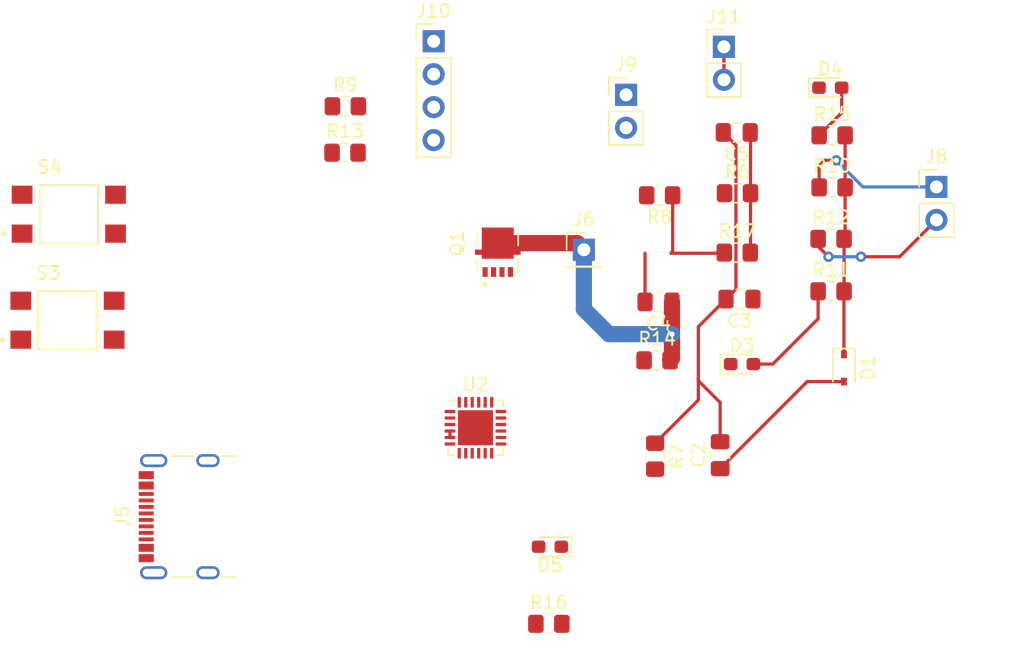
<source format=kicad_pcb>
(kicad_pcb (version 20211014) (generator pcbnew)
  (layers (0 "F.Cu" signal) (31 "B.Cu" signal) (34 "B.Paste" user) (35 "F.Paste" user) (36 "B.SilkS" user "B.Silkscreen") (37 "F.SilkS" user "F.Silkscreen") (38 "B.Mask" user) (39 "F.Mask" user) (44 "Edge.Cuts" user))
  (net 0 "")
  (footprint "Connector_PinHeader_2.54mm:PinHeader_1x02_P2.54mm_Vertical" (layer "F.Cu") (at 153.6985 69.96)
    (fp_text reference "J11" (at 0 -2.33) (layer "F.SilkS"))
    (fp_text value "Conn_01x02_Male")
    (fp_line (start -1.33 1.27) (end 1.33 1.27) (layer "F.SilkS") (width 0.12))
    (fp_line (start -1.33 0) (end -1.33 -1.33) (layer "F.SilkS") (width 0.12))
    (fp_line (start -1.33 -1.33) (end 0 -1.33) (layer "F.SilkS") (width 0.12))
    (fp_line (start 1.33 1.27) (end 1.33 3.87) (layer "F.SilkS") (width 0.12))
    (fp_line (start -1.33 3.87) (end 1.33 3.87) (layer "F.SilkS") (width 0.12))
    (fp_line (start -1.33 1.27) (end -1.33 3.87) (layer "F.SilkS") (width 0.12))
    (pad "1" thru_hole rect (at 0 0) (size 1.7 1.7) (drill 1) (layers F&B.Cu *.Mask))
    (pad "2" thru_hole oval (at 0 2.54) (size 1.7 1.7) (drill 1) (layers F&B.Cu *.Mask))
  )
  (footprint "Resistor_SMD:R_0805_2012Metric_Pad1.20x1.40mm_HandSolder" (layer "F.Cu") (at 140.208 114.427)
    (fp_text reference "R16" (at 0 -1.65) (layer "F.SilkS"))
    (fp_text value "1k")
    (fp_line (start -0.227064 -0.735) (end 0.227064 -0.735) (layer "F.SilkS") (width 0.12))
    (fp_line (start -0.227064 0.735) (end 0.227064 0.735) (layer "F.SilkS") (width 0.12))
    (pad "1" smd roundrect (at -1 0) (size 1.2 1.4) (layers "F.Cu" "F.Paste" "F.Mask") (roundrect_rratio 0.208333))
    (pad "2" smd roundrect (at 1 0) (size 1.2 1.4) (layers "F.Cu" "F.Paste" "F.Mask") (roundrect_rratio 0.208333))
  )
  (footprint "TL3305AF160QG:SW_TL3305AF160QG" (layer "F.Cu") (at 103.211 82.86)
    (fp_text reference "S4" (at -1.475 -3.635) (layer "F.SilkS"))
    (fp_text value "TL3305AF160QG")
    (fp_line (start 2.25 2.25) (end -2.25 2.25) (layer "F.SilkS") (width 0.127))
    (fp_line (start -2.25 -2.25) (end 2.25 -2.25) (layer "F.SilkS") (width 0.127))
    (fp_line (start -2.25 2.25) (end -2.25 -2.25) (layer "F.SilkS") (width 0.127))
    (fp_line (start 2.25 -2.25) (end 2.25 2.25) (layer "F.SilkS") (width 0.127))
    (fp_circle (center -5 1.5) (end -4.9 1.5) (layer "F.SilkS") (width 0.2) (fill none))
    (pad "1" smd rect locked (at -3.6 1.5) (size 1.6 1.4) (layers "F.Cu" "F.Paste" "F.Mask"))
    (pad "2" smd rect locked (at 3.6 1.5) (size 1.6 1.4) (layers "F.Cu" "F.Paste" "F.Mask"))
    (pad "3" smd rect locked (at -3.6 -1.5) (size 1.6 1.4) (layers "F.Cu" "F.Paste" "F.Mask"))
    (pad "4" smd rect locked (at 3.6 -1.5) (size 1.6 1.4) (layers "F.Cu" "F.Paste" "F.Mask"))
  )
  (footprint "Resistor_SMD:R_0805_2012Metric_Pad1.20x1.40mm_HandSolder" (layer "F.Cu") (at 124.4985 78.12)
    (fp_text reference "R13" (at 0 -1.65) (layer "F.SilkS"))
    (fp_text value "2.2k")
    (fp_line (start -0.227064 0.735) (end 0.227064 0.735) (layer "F.SilkS") (width 0.12))
    (fp_line (start -0.227064 -0.735) (end 0.227064 -0.735) (layer "F.SilkS") (width 0.12))
    (pad "1" smd roundrect (at -1 0) (size 1.2 1.4) (layers "F.Cu" "F.Paste" "F.Mask") (roundrect_rratio 0.208333))
    (pad "2" smd roundrect (at 1 0) (size 1.2 1.4) (layers "F.Cu" "F.Paste" "F.Mask") (roundrect_rratio 0.208333))
  )
  (footprint "Resistor_SMD:R_0805_2012Metric_Pad1.20x1.40mm_HandSolder" (layer "F.Cu") (at 161.9585 84.76)
    (fp_text reference "R12" (at 0 -1.65) (layer "F.SilkS"))
    (fp_text value "100k")
    (fp_line (start -0.227064 0.735) (end 0.227064 0.735) (layer "F.SilkS") (width 0.12))
    (fp_line (start -0.227064 -0.735) (end 0.227064 -0.735) (layer "F.SilkS") (width 0.12))
    (pad "1" smd roundrect (at -1 0) (size 1.2 1.4) (layers "F.Cu" "F.Paste" "F.Mask") (roundrect_rratio 0.208333))
    (pad "2" smd roundrect (at 1 0) (size 1.2 1.4) (layers "F.Cu" "F.Paste" "F.Mask") (roundrect_rratio 0.208333))
  )
  (footprint "LED_SMD:LED_0603_1608Metric_Pad1.05x0.95mm_HandSolder" (layer "F.Cu") (at 161.901 73.11)
    (fp_text reference "D4" (at 0 -1.43) (layer "F.SilkS"))
    (fp_text value "LED")
    (fp_line (start -1.66 0.735) (end 0.8 0.735) (layer "F.SilkS") (width 0.12))
    (fp_line (start -1.66 -0.735) (end -1.66 0.735) (layer "F.SilkS") (width 0.12))
    (fp_line (start 0.8 -0.735) (end -1.66 -0.735) (layer "F.SilkS") (width 0.12))
    (pad "1" smd roundrect (at -0.875 0) (size 1.05 0.95) (layers "F.Cu" "F.Paste" "F.Mask"))
    (pad "2" smd roundrect (at 0.875 0) (size 1.05 0.95) (layers "F.Cu" "F.Paste" "F.Mask"))
  )
  (footprint "Capacitor_SMD:C_0805_2012Metric_Pad1.18x1.45mm_HandSolder" (layer "F.Cu") (at 153.4085 101.4325 90)
    (fp_text reference "C2" (at 0 -1.68 90) (layer "F.SilkS"))
    (fp_text value "1uF")
    (fp_line (start -0.261252 -0.735) (end 0.261252 -0.735) (layer "F.SilkS") (width 0.12))
    (fp_line (start -0.261252 0.735) (end 0.261252 0.735) (layer "F.SilkS") (width 0.12))
    (pad "1" smd roundrect (at -1.0375 0 90) (size 1.175 1.45) (layers "F.Cu" "F.Paste" "F.Mask") (roundrect_rratio 0.212766))
    (pad "2" smd roundrect (at 1.0375 0 90) (size 1.175 1.45) (layers "F.Cu" "F.Paste" "F.Mask") (roundrect_rratio 0.212766))
  )
  (footprint "Resistor_SMD:R_0805_2012Metric_Pad1.20x1.40mm_HandSolder" (layer "F.Cu") (at 162.0385 80.79)
    (fp_text reference "R10" (at 0 -1.65) (layer "F.SilkS"))
    (fp_text value "100k")
    (fp_line (start -0.227064 -0.735) (end 0.227064 -0.735) (layer "F.SilkS") (width 0.12))
    (fp_line (start -0.227064 0.735) (end 0.227064 0.735) (layer "F.SilkS") (width 0.12))
    (pad "1" smd roundrect (at -1 0) (size 1.2 1.4) (layers "F.Cu" "F.Paste" "F.Mask") (roundrect_rratio 0.208333))
    (pad "2" smd roundrect (at 1 0) (size 1.2 1.4) (layers "F.Cu" "F.Paste" "F.Mask") (roundrect_rratio 0.208333))
  )
  (footprint "TL3305AF160QG:SW_TL3305AF160QG" (layer "F.Cu") (at 103.1085 91.03)
    (fp_text reference "S3" (at -1.475 -3.635) (layer "F.SilkS"))
    (fp_text value "TL3305AF160QG")
    (fp_line (start 2.25 -2.25) (end 2.25 2.25) (layer "F.SilkS") (width 0.127))
    (fp_line (start -2.25 -2.25) (end 2.25 -2.25) (layer "F.SilkS") (width 0.127))
    (fp_line (start 2.25 2.25) (end -2.25 2.25) (layer "F.SilkS") (width 0.127))
    (fp_line (start -2.25 2.25) (end -2.25 -2.25) (layer "F.SilkS") (width 0.127))
    (fp_circle (center -5 1.5) (end -4.9 1.5) (layer "F.SilkS") (width 0.2) (fill none))
    (pad "1" smd rect locked (at -3.6 1.5) (size 1.6 1.4) (layers "F.Cu" "F.Paste" "F.Mask"))
    (pad "2" smd rect locked (at 3.6 1.5) (size 1.6 1.4) (layers "F.Cu" "F.Paste" "F.Mask"))
    (pad "3" smd rect locked (at -3.6 -1.5) (size 1.6 1.4) (layers "F.Cu" "F.Paste" "F.Mask"))
    (pad "4" smd rect locked (at 3.6 -1.5) (size 1.6 1.4) (layers "F.Cu" "F.Paste" "F.Mask"))
  )
  (footprint "Connector_USB:USB_C_Receptacle_GCT_USB4105-xx-A_16P_TopMnt_Horizontal" (layer "F.Cu") (at 112.8585 106.17 90)
    (fp_text reference "J5" (at 0 -5.5 90 unlocked) (layer "F.SilkS"))
    (fp_text value "USB_C_Receptacle_USB2.0")
    (fp_line (start 4.67 0) (end 4.67 -1.8) (layer "F.SilkS") (width 0.12))
    (fp_line (start -4.67 2.1) (end -4.67 3.25) (layer "F.SilkS") (width 0.12))
    (fp_line (start 4.67 2.1) (end 4.67 3.25) (layer "F.SilkS") (width 0.12))
    (fp_line (start -4.67 0) (end -4.67 -1.8) (layer "F.SilkS") (width 0.12))
    (pad "" np_thru_hole circle (at 2.89 -2.605 90) (size 0.65 0.65) (drill 0.65) (layers F&B.Cu *.Mask))
    (pad "" np_thru_hole circle (at -2.89 -2.605 90) (size 0.65 0.65) (drill 0.65) (layers F&B.Cu *.Mask))
    (pad "A1" smd rect (at -3.2 -3.68 90) (size 0.6 1.15) (layers "F.Cu" "F.Paste" "F.Mask"))
    (pad "A4" smd rect (at -2.4 -3.68 90) (size 0.6 1.15) (layers "F.Cu" "F.Paste" "F.Mask"))
    (pad "A5" smd rect (at -1.25 -3.68 90) (size 0.3 1.15) (layers "F.Cu" "F.Paste" "F.Mask"))
    (pad "A6" smd rect (at -0.25 -3.68 90) (size 0.3 1.15) (layers "F.Cu" "F.Paste" "F.Mask"))
    (pad "A7" smd rect (at 0.25 -3.68 90) (size 0.3 1.15) (layers "F.Cu" "F.Paste" "F.Mask"))
    (pad "A8" smd rect (at 1.25 -3.68 90) (size 0.3 1.15) (layers "F.Cu" "F.Paste" "F.Mask"))
    (pad "A9" smd rect (at 2.4 -3.68 90) (size 0.6 1.15) (layers "F.Cu" "F.Paste" "F.Mask"))
    (pad "A12" smd rect (at 3.2 -3.68 90) (size 0.6 1.15) (layers "F.Cu" "F.Paste" "F.Mask"))
    (pad "B1" smd rect (at 3.2 -3.68 90) (size 0.6 1.15) (layers "F.Cu" "F.Paste" "F.Mask"))
    (pad "B4" smd rect (at 2.4 -3.68 90) (size 0.6 1.15) (layers "F.Cu" "F.Paste" "F.Mask"))
    (pad "B5" smd rect (at 1.75 -3.68 90) (size 0.3 1.15) (layers "F.Cu" "F.Paste" "F.Mask"))
    (pad "B6" smd rect (at 0.75 -3.68 90) (size 0.3 1.15) (layers "F.Cu" "F.Paste" "F.Mask"))
    (pad "B7" smd rect (at -0.75 -3.68 90) (size 0.3 1.15) (layers "F.Cu" "F.Paste" "F.Mask"))
    (pad "B8" smd rect (at -1.75 -3.68 90) (size 0.3 1.15) (layers "F.Cu" "F.Paste" "F.Mask"))
    (pad "B9" smd rect (at -2.4 -3.68 90) (size 0.6 1.15) (layers "F.Cu" "F.Paste" "F.Mask"))
    (pad "B12" smd rect (at -3.2 -3.68 90) (size 0.6 1.15) (layers "F.Cu" "F.Paste" "F.Mask"))
    (pad "S1" thru_hole oval (at -4.32 1.075 90) (size 1 1.8) (drill oval 0.6 1.4) (layers F&B.Cu *.Mask))
    (pad "S1" thru_hole oval (at -4.32 -3.105 90) (size 1 2.1) (drill oval 0.6 1.7) (layers F&B.Cu *.Mask))
    (pad "S1" thru_hole oval (at 4.32 1.075 90) (size 1 1.8) (drill oval 0.6 1.4) (layers F&B.Cu *.Mask))
    (pad "S1" thru_hole oval (at 4.32 -3.105 90) (size 1 2.1) (drill oval 0.6 1.7) (layers F&B.Cu *.Mask))
  )
  (footprint "Resistor_SMD:R_0805_2012Metric_Pad1.20x1.40mm_HandSolder" (layer "F.Cu") (at 148.3985 101.51 -90)
    (fp_text reference "R7" (at 0 -1.65 90) (layer "F.SilkS"))
    (fp_text value "100k")
    (fp_line (start -0.227064 -0.735) (end 0.227064 -0.735) (layer "F.SilkS") (width 0.12))
    (fp_line (start -0.227064 0.735) (end 0.227064 0.735) (layer "F.SilkS") (width 0.12))
    (pad "1" smd roundrect (at -1 0 270) (size 1.2 1.4) (layers "F.Cu" "F.Paste" "F.Mask") (roundrect_rratio 0.208333))
    (pad "2" smd roundrect (at 1 0 270) (size 1.2 1.4) (layers "F.Cu" "F.Paste" "F.Mask") (roundrect_rratio 0.208333))
  )
  (footprint "Resistor_SMD:R_0805_2012Metric_Pad1.20x1.40mm_HandSolder" (layer "F.Cu") (at 148.7485 81.4 180)
    (fp_text reference "R8" (at 0 -1.65) (layer "F.SilkS"))
    (fp_text value "22k")
    (fp_line (start -0.227064 0.735) (end 0.227064 0.735) (layer "F.SilkS") (width 0.12))
    (fp_line (start -0.227064 -0.735) (end 0.227064 -0.735) (layer "F.SilkS") (width 0.12))
    (pad "1" smd roundrect (at -1 0 180) (size 1.2 1.4) (layers "F.Cu" "F.Paste" "F.Mask") (roundrect_rratio 0.208333))
    (pad "2" smd roundrect (at 1 0 180) (size 1.2 1.4) (layers "F.Cu" "F.Paste" "F.Mask") (roundrect_rratio 0.208333))
  )
  (footprint "Resistor_SMD:R_0805_2012Metric_Pad1.20x1.40mm_HandSolder" (layer "F.Cu") (at 154.7285 85.82)
    (fp_text reference "R17" (at 0 -1.65) (layer "F.SilkS"))
    (fp_text value "100k")
    (fp_line (start -0.227064 0.735) (end 0.227064 0.735) (layer "F.SilkS") (width 0.12))
    (fp_line (start -0.227064 -0.735) (end 0.227064 -0.735) (layer "F.SilkS") (width 0.12))
    (pad "1" smd roundrect (at -1 0) (size 1.2 1.4) (layers "F.Cu" "F.Paste" "F.Mask") (roundrect_rratio 0.208333))
    (pad "2" smd roundrect (at 1 0) (size 1.2 1.4) (layers "F.Cu" "F.Paste" "F.Mask") (roundrect_rratio 0.208333))
  )
  (footprint "Connector_PinHeader_2.54mm:PinHeader_1x02_P2.54mm_Vertical" (layer "F.Cu") (at 170.0785 80.76)
    (fp_text reference "J8" (at 0 -2.33) (layer "F.SilkS"))
    (fp_text value "Conn_01x02_Male")
    (fp_line (start -1.33 -1.33) (end 0 -1.33) (layer "F.SilkS") (width 0.12))
    (fp_line (start -1.33 1.27) (end -1.33 3.87) (layer "F.SilkS") (width 0.12))
    (fp_line (start -1.33 3.87) (end 1.33 3.87) (layer "F.SilkS") (width 0.12))
    (fp_line (start 1.33 1.27) (end 1.33 3.87) (layer "F.SilkS") (width 0.12))
    (fp_line (start -1.33 1.27) (end 1.33 1.27) (layer "F.SilkS") (width 0.12))
    (fp_line (start -1.33 0) (end -1.33 -1.33) (layer "F.SilkS") (width 0.12))
    (pad "1" thru_hole rect (at 0 0) (size 1.7 1.7) (drill 1) (layers F&B.Cu *.Mask))
    (pad "2" thru_hole oval (at 0 2.54) (size 1.7 1.7) (drill 1) (layers F&B.Cu *.Mask))
  )
  (footprint "Connector_PinHeader_2.54mm:PinHeader_1x02_P2.54mm_Vertical" (layer "F.Cu") (at 146.1585 73.66)
    (fp_text reference "J9" (at 0 -2.33) (layer "F.SilkS"))
    (fp_text value "Conn_01x02_Male")
    (fp_line (start -1.33 1.27) (end 1.33 1.27) (layer "F.SilkS") (width 0.12))
    (fp_line (start -1.33 1.27) (end -1.33 3.87) (layer "F.SilkS") (width 0.12))
    (fp_line (start -1.33 0) (end -1.33 -1.33) (layer "F.SilkS") (width 0.12))
    (fp_line (start -1.33 -1.33) (end 0 -1.33) (layer "F.SilkS") (width 0.12))
    (fp_line (start 1.33 1.27) (end 1.33 3.87) (layer "F.SilkS") (width 0.12))
    (fp_line (start -1.33 3.87) (end 1.33 3.87) (layer "F.SilkS") (width 0.12))
    (pad "1" thru_hole rect (at 0 0) (size 1.7 1.7) (drill 1) (layers F&B.Cu *.Mask))
    (pad "2" thru_hole oval (at 0 2.54) (size 1.7 1.7) (drill 1) (layers F&B.Cu *.Mask))
  )
  (footprint "Resistor_SMD:R_0805_2012Metric_Pad1.20x1.40mm_HandSolder" (layer "F.Cu") (at 148.5485 94.12)
    (fp_text reference "R14" (at 0 -1.65) (layer "F.SilkS"))
    (fp_text value "1k")
    (fp_line (start -0.227064 0.735) (end 0.227064 0.735) (layer "F.SilkS") (width 0.12))
    (fp_line (start -0.227064 -0.735) (end 0.227064 -0.735) (layer "F.SilkS") (width 0.12))
    (pad "1" smd roundrect (at -1 0) (size 1.2 1.4) (layers "F.Cu" "F.Paste" "F.Mask") (roundrect_rratio 0.208333))
    (pad "2" smd roundrect (at 1 0) (size 1.2 1.4) (layers "F.Cu" "F.Paste" "F.Mask") (roundrect_rratio 0.208333))
  )
  (footprint "Resistor_SMD:R_0805_2012Metric_Pad1.20x1.40mm_HandSolder" (layer "F.Cu") (at 162.0385 76.78)
    (fp_text reference "R15" (at 0 -1.65) (layer "F.SilkS"))
    (fp_text value "1k")
    (fp_line (start -0.227064 -0.735) (end 0.227064 -0.735) (layer "F.SilkS") (width 0.12))
    (fp_line (start -0.227064 0.735) (end 0.227064 0.735) (layer "F.SilkS") (width 0.12))
    (pad "1" smd roundrect (at -1 0) (size 1.2 1.4) (layers "F.Cu" "F.Paste" "F.Mask") (roundrect_rratio 0.208333))
    (pad "2" smd roundrect (at 1 0) (size 1.2 1.4) (layers "F.Cu" "F.Paste" "F.Mask") (roundrect_rratio 0.208333))
  )
  (footprint "Connector_PinHeader_2.54mm:PinHeader_1x01_P2.54mm_Vertical" (layer "F.Cu") (at 142.9085 85.6)
    (fp_text reference "J6" (at 0 -2.33) (layer "F.SilkS"))
    (fp_text value "Conn_01x01_Female")
    (fp_line (start -1.33 1.27) (end -1.33 1.33) (layer "F.SilkS") (width 0.12))
    (fp_line (start -1.33 0) (end -1.33 -1.33) (layer "F.SilkS") (width 0.12))
    (fp_line (start 1.33 1.27) (end 1.33 1.33) (layer "F.SilkS") (width 0.12))
    (fp_line (start -1.33 -1.33) (end 0 -1.33) (layer "F.SilkS") (width 0.12))
    (fp_line (start -1.33 1.33) (end 1.33 1.33) (layer "F.SilkS") (width 0.12))
    (fp_line (start -1.33 1.27) (end 1.33 1.27) (layer "F.SilkS") (width 0.12))
    (pad "1" thru_hole rect (at 0 0) (size 1.7 1.7) (drill 1) (layers F&B.Cu *.Mask))
  )
  (footprint "Capacitor_SMD:C_0805_2012Metric_Pad1.18x1.45mm_HandSolder" (layer "F.Cu") (at 154.8985 89.4 180)
    (fp_text reference "C3" (at 0 -1.68) (layer "F.SilkS"))
    (fp_text value "1uF")
    (fp_line (start -0.261252 0.735) (end 0.261252 0.735) (layer "F.SilkS") (width 0.12))
    (fp_line (start -0.261252 -0.735) (end 0.261252 -0.735) (layer "F.SilkS") (width 0.12))
    (pad "1" smd roundrect (at -1.0375 0 180) (size 1.175 1.45) (layers "F.Cu" "F.Paste" "F.Mask") (roundrect_rratio 0.212766))
    (pad "2" smd roundrect (at 1.0375 0 180) (size 1.175 1.45) (layers "F.Cu" "F.Paste" "F.Mask") (roundrect_rratio 0.212766))
  )
  (footprint "Connector_PinHeader_2.54mm:PinHeader_1x04_P2.54mm_Vertical" (layer "F.Cu") (at 131.3285 69.53)
    (fp_text reference "J10" (at 0 -2.33) (layer "F.SilkS"))
    (fp_text value "Conn_01x04_Male")
    (fp_line (start 1.33 1.27) (end 1.33 8.95) (layer "F.SilkS") (width 0.12))
    (fp_line (start -1.33 -1.33) (end 0 -1.33) (layer "F.SilkS") (width 0.12))
    (fp_line (start -1.33 0) (end -1.33 -1.33) (layer "F.SilkS") (width 0.12))
    (fp_line (start -1.33 1.27) (end -1.33 8.95) (layer "F.SilkS") (width 0.12))
    (fp_line (start -1.33 8.95) (end 1.33 8.95) (layer "F.SilkS") (width 0.12))
    (fp_line (start -1.33 1.27) (end 1.33 1.27) (layer "F.SilkS") (width 0.12))
    (pad "1" thru_hole rect (at 0 0) (size 1.7 1.7) (drill 1) (layers F&B.Cu *.Mask))
    (pad "2" thru_hole oval (at 0 2.54) (size 1.7 1.7) (drill 1) (layers F&B.Cu *.Mask))
    (pad "3" thru_hole oval (at 0 5.08) (size 1.7 1.7) (drill 1) (layers F&B.Cu *.Mask))
    (pad "4" thru_hole oval (at 0 7.62) (size 1.7 1.7) (drill 1) (layers F&B.Cu *.Mask))
  )
  (footprint "Resistor_SMD:R_0805_2012Metric_Pad1.20x1.40mm_HandSolder" (layer "F.Cu") (at 154.7485 81.24)
    (fp_text reference "R6" (at 0 -1.65) (layer "F.SilkS"))
    (fp_text value "1k")
    (fp_line (start -0.227064 -0.735) (end 0.227064 -0.735) (layer "F.SilkS") (width 0.12))
    (fp_line (start -0.227064 0.735) (end 0.227064 0.735) (layer "F.SilkS") (width 0.12))
    (pad "1" smd roundrect (at -1 0) (size 1.2 1.4) (layers "F.Cu" "F.Paste" "F.Mask") (roundrect_rratio 0.208333))
    (pad "2" smd roundrect (at 1 0) (size 1.2 1.4) (layers "F.Cu" "F.Paste" "F.Mask") (roundrect_rratio 0.208333))
  )
  (footprint "Resistor_SMD:R_0805_2012Metric_Pad1.20x1.40mm_HandSolder" (layer "F.Cu") (at 161.9585 88.8)
    (fp_text reference "R11" (at 0 -1.65) (layer "F.SilkS"))
    (fp_text value "1k")
    (fp_line (start -0.227064 0.735) (end 0.227064 0.735) (layer "F.SilkS") (width 0.12))
    (fp_line (start -0.227064 -0.735) (end 0.227064 -0.735) (layer "F.SilkS") (width 0.12))
    (pad "1" smd roundrect (at -1 0) (size 1.2 1.4) (layers "F.Cu" "F.Paste" "F.Mask") (roundrect_rratio 0.208333))
    (pad "2" smd roundrect (at 1 0) (size 1.2 1.4) (layers "F.Cu" "F.Paste" "F.Mask") (roundrect_rratio 0.208333))
  )
  (footprint "Capacitor_SMD:C_0805_2012Metric_Pad1.18x1.45mm_HandSolder" (layer "F.Cu") (at 148.6585 89.62 180)
    (fp_text reference "C4" (at 0 -1.68) (layer "F.SilkS"))
    (fp_text value "0.1uF")
    (fp_line (start -0.261252 -0.735) (end 0.261252 -0.735) (layer "F.SilkS") (width 0.12))
    (fp_line (start -0.261252 0.735) (end 0.261252 0.735) (layer "F.SilkS") (width 0.12))
    (pad "1" smd roundrect (at -1.0375 0 180) (size 1.175 1.45) (layers "F.Cu" "F.Paste" "F.Mask") (roundrect_rratio 0.212766))
    (pad "2" smd roundrect (at 1.0375 0 180) (size 1.175 1.45) (layers "F.Cu" "F.Paste" "F.Mask") (roundrect_rratio 0.212766))
  )
  (footprint "Resistor_SMD:R_0805_2012Metric_Pad1.20x1.40mm_HandSolder" (layer "F.Cu") (at 124.5285 74.54)
    (fp_text reference "R9" (at 0 -1.65) (layer "F.SilkS"))
    (fp_text value "2.2k")
    (fp_line (start -0.227064 0.735) (end 0.227064 0.735) (layer "F.SilkS") (width 0.12))
    (fp_line (start -0.227064 -0.735) (end 0.227064 -0.735) (layer "F.SilkS") (width 0.12))
    (pad "1" smd roundrect (at -1 0) (size 1.2 1.4) (layers "F.Cu" "F.Paste" "F.Mask") (roundrect_rratio 0.208333))
    (pad "2" smd roundrect (at 1 0) (size 1.2 1.4) (layers "F.Cu" "F.Paste" "F.Mask") (roundrect_rratio 0.208333))
  )
  (footprint "Diode_SMD:D_SOD-323" (layer "F.Cu") (at 162.9485 94.71 -90)
    (fp_text reference "D1" (at 0 -1.85 90) (layer "F.SilkS"))
    (fp_text value "BAT60A")
    (fp_line (start -1.5 0.85) (end 1.05 0.85) (layer "F.SilkS") (width 0.12))
    (fp_line (start -1.5 -0.85) (end 1.05 -0.85) (layer "F.SilkS") (width 0.12))
    (fp_line (start -1.5 -0.85) (end -1.5 0.85) (layer "F.SilkS") (width 0.12))
    (pad "1" smd rect (at -1.05 0 270) (size 0.6 0.45) (layers "F.Cu" "F.Paste" "F.Mask"))
    (pad "2" smd rect (at 1.05 0 270) (size 0.6 0.45) (layers "F.Cu" "F.Paste" "F.Mask"))
  )
  (footprint "Capacitor_SMD:C_0805_2012Metric_Pad1.18x1.45mm_HandSolder" (layer "F.Cu") (at 154.6885 76.56 180)
    (fp_text reference "C5" (at 0 -1.68) (layer "F.SilkS"))
    (fp_text value "1uF")
    (fp_line (start -0.261252 -0.735) (end 0.261252 -0.735) (layer "F.SilkS") (width 0.12))
    (fp_line (start -0.261252 0.735) (end 0.261252 0.735) (layer "F.SilkS") (width 0.12))
    (pad "1" smd roundrect (at -1.0375 0 180) (size 1.175 1.45) (layers "F.Cu" "F.Paste" "F.Mask") (roundrect_rratio 0.212766))
    (pad "2" smd roundrect (at 1.0375 0 180) (size 1.175 1.45) (layers "F.Cu" "F.Paste" "F.Mask") (roundrect_rratio 0.212766))
  )
  (footprint "LED_SMD:LED_0603_1608Metric_Pad1.05x0.95mm_HandSolder" (layer "F.Cu") (at 140.2905 108.487 180)
    (fp_text reference "D5" (at 0 -1.43) (layer "F.SilkS"))
    (fp_text value "LED")
    (fp_line (start -1.66 0.735) (end 0.8 0.735) (layer "F.SilkS") (width 0.12))
    (fp_line (start -1.66 -0.735) (end -1.66 0.735) (layer "F.SilkS") (width 0.12))
    (fp_line (start 0.8 -0.735) (end -1.66 -0.735) (layer "F.SilkS") (width 0.12))
    (pad "1" smd roundrect (at -0.875 0 180) (size 1.05 0.95) (layers "F.Cu" "F.Paste" "F.Mask"))
    (pad "2" smd roundrect (at 0.875 0 180) (size 1.05 0.95) (layers "F.Cu" "F.Paste" "F.Mask"))
  )
  (footprint "Package_DFN_QFN:QFN-24-1EP_4x4mm_P0.5mm_EP2.7x2.7mm" (layer "F.Cu") (at 134.5505 99.318)
    (fp_text reference "U2" (at 0 -3.32) (layer "F.SilkS"))
    (fp_text value "STUSB4500QTR")
    (fp_line (start -1.635 -2.11) (end -2.11 -2.11) (layer "F.SilkS") (width 0.12))
    (fp_line (start 1.635 2.11) (end 2.11 2.11) (layer "F.SilkS") (width 0.12))
    (fp_line (start 1.635 -2.11) (end 2.11 -2.11) (layer "F.SilkS") (width 0.12))
    (fp_line (start 2.11 2.11) (end 2.11 1.635) (layer "F.SilkS") (width 0.12))
    (fp_line (start -1.635 2.11) (end -2.11 2.11) (layer "F.SilkS") (width 0.12))
    (fp_line (start 2.11 -2.11) (end 2.11 -1.635) (layer "F.SilkS") (width 0.12))
    (fp_line (start -2.11 2.11) (end -2.11 1.635) (layer "F.SilkS") (width 0.12))
    (pad "1" smd roundrect (at -1.9625 -1.25) (size 0.825 0.25) (layers "F.Cu" "F.Paste" "F.Mask"))
    (pad "2" smd roundrect (at -1.9625 -0.75) (size 0.825 0.25) (layers "F.Cu" "F.Paste" "F.Mask"))
    (pad "3" smd roundrect (at -1.9625 -0.25) (size 0.825 0.25) (layers "F.Cu" "F.Paste" "F.Mask"))
    (pad "4" smd roundrect (at -1.9625 0.25) (size 0.825 0.25) (layers "F.Cu" "F.Paste" "F.Mask"))
    (pad "5" smd roundrect (at -1.9625 0.75) (size 0.825 0.25) (layers "F.Cu" "F.Paste" "F.Mask"))
    (pad "6" smd roundrect (at -1.9625 1.25) (size 0.825 0.25) (layers "F.Cu" "F.Paste" "F.Mask"))
    (pad "7" smd roundrect (at -1.25 1.9625) (size 0.25 0.825) (layers "F.Cu" "F.Paste" "F.Mask"))
    (pad "8" smd roundrect (at -0.75 1.9625) (size 0.25 0.825) (layers "F.Cu" "F.Paste" "F.Mask"))
    (pad "9" smd roundrect (at -0.25 1.9625) (size 0.25 0.825) (layers "F.Cu" "F.Paste" "F.Mask"))
    (pad "10" smd roundrect (at 0.25 1.9625) (size 0.25 0.825) (layers "F.Cu" "F.Paste" "F.Mask"))
    (pad "11" smd roundrect (at 0.75 1.9625) (size 0.25 0.825) (layers "F.Cu" "F.Paste" "F.Mask"))
    (pad "12" smd roundrect (at 1.25 1.9625) (size 0.25 0.825) (layers "F.Cu" "F.Paste" "F.Mask"))
    (pad "13" smd roundrect (at 1.9625 1.25) (size 0.825 0.25) (layers "F.Cu" "F.Paste" "F.Mask"))
    (pad "14" smd roundrect (at 1.9625 0.75) (size 0.825 0.25) (layers "F.Cu" "F.Paste" "F.Mask"))
    (pad "15" smd roundrect (at 1.9625 0.25) (size 0.825 0.25) (layers "F.Cu" "F.Paste" "F.Mask"))
    (pad "16" smd roundrect (at 1.9625 -0.25) (size 0.825 0.25) (layers "F.Cu" "F.Paste" "F.Mask"))
    (pad "17" smd roundrect (at 1.9625 -0.75) (size 0.825 0.25) (layers "F.Cu" "F.Paste" "F.Mask"))
    (pad "18" smd roundrect (at 1.9625 -1.25) (size 0.825 0.25) (layers "F.Cu" "F.Paste" "F.Mask"))
    (pad "19" smd roundrect (at 1.25 -1.9625) (size 0.25 0.825) (layers "F.Cu" "F.Paste" "F.Mask"))
    (pad "20" smd roundrect (at 0.75 -1.9625) (size 0.25 0.825) (layers "F.Cu" "F.Paste" "F.Mask"))
    (pad "21" smd roundrect (at 0.25 -1.9625) (size 0.25 0.825) (layers "F.Cu" "F.Paste" "F.Mask"))
    (pad "22" smd roundrect (at -0.25 -1.9625) (size 0.25 0.825) (layers "F.Cu" "F.Paste" "F.Mask"))
    (pad "23" smd roundrect (at -0.75 -1.9625) (size 0.25 0.825) (layers "F.Cu" "F.Paste" "F.Mask"))
    (pad "24" smd roundrect (at -1.25 -1.9625) (size 0.25 0.825) (layers "F.Cu" "F.Paste" "F.Mask"))
    (pad "25" smd rect (at 0 0) (size 2.7 2.7) (layers "F.Cu" "F.Mask"))
  )
  (footprint "STL6P3LLH6:TRANS_STL6P3LLH6" (layer "F.Cu") (at 136.271 85.79 90)
    (fp_text reference "Q1" (at 0.675 -3.135 90) (layer "F.SilkS"))
    (fp_text value "STL6P3LLH6")
    (fp_line (start -0.52 -1.575) (end -1.5 -1.575) (layer "F.SilkS") (width 0.127))
    (fp_line (start -0.52 1.575) (end -1.5 1.575) (layer "F.SilkS") (width 0.127))
    (fp_line (start 1.5 -1.575) (end 0.52 -1.575) (layer "F.SilkS") (width 0.127))
    (fp_line (start 1.5 1.575) (end 0.52 1.575) (layer "F.SilkS") (width 0.127))
    (fp_circle (center -2.5 -1) (end -2.4 -1) (layer "F.SilkS") (width 0.2) (fill none))
    (pad "1" smd rect locked (at -1.525 -0.975 90) (size 0.75 0.4) (layers "F.Cu" "F.Paste" "F.Mask"))
    (pad "2" smd rect locked (at -1.525 -0.325 90) (size 0.75 0.4) (layers "F.Cu" "F.Paste" "F.Mask"))
    (pad "3" smd rect locked (at -1.525 0.325 90) (size 0.75 0.4) (layers "F.Cu" "F.Paste" "F.Mask"))
    (pad "4" smd rect locked (at -1.525 0.975 90) (size 0.75 0.4) (layers "F.Cu" "F.Paste" "F.Mask"))
    (pad "5_8" smd custom locked (at 0.7 0 90) (size 2.4 2.45) (layers "F.Cu") (options (clearance outline) (anchor rect)) (primitives (gr_poly (pts (xy -1.2 -1.225) (xy -1.2 1.225) (xy -0.9 1.225) (xy -0.9 1.755) (xy -0.5 1.755) (xy -0.5 1.225) (xy 1.2 1.225) (xy 1.2 -1.225) (xy -0.5 -1.225) (xy -0.5 -1.755) (xy -0.9 -1.755) (xy -0.9 -1.225)) (width 0.01) (fill yes))))
  )
  (footprint "LED_SMD:LED_0603_1608Metric_Pad1.05x0.95mm_HandSolder" (layer "F.Cu") (at 155.0935 94.41)
    (fp_text reference "D3" (at 0 -1.43) (layer "F.SilkS"))
    (fp_text value "LED")
    (fp_line (start -1.66 0.735) (end 0.8 0.735) (layer "F.SilkS") (width 0.12))
    (fp_line (start 0.8 -0.735) (end -1.66 -0.735) (layer "F.SilkS") (width 0.12))
    (fp_line (start -1.66 -0.735) (end -1.66 0.735) (layer "F.SilkS") (width 0.12))
    (pad "1" smd roundrect (at -0.875 0) (size 1.05 0.95) (layers "F.Cu" "F.Paste" "F.Mask"))
    (pad "2" smd roundrect (at 0.875 0) (size 1.05 0.95) (layers "F.Cu" "F.Paste" "F.Mask"))
  )
  (segment (start 154.6259 77.5349) (end 154.6259 88.6351) (width 0.25) (layer "F.Cu") (net 0))
  (segment (start 163.0385 76.78) (end 163.0385 80.79) (width 0.25) (layer "F.Cu") (net 0))
  (segment (start 162.9485 88.81) (end 162.9585 88.8) (width 0.25) (layer "F.Cu") (net 0))
  (segment (start 161.4485 78.71) (end 161.0385 79.12) (width 0.25) (layer "F.Cu") (net 0))
  (segment (start 155.7485 85.8) (end 155.7485 81.24) (width 0.25) (layer "F.Cu") (net 0))
  (segment (start 147.6185 89.6175) (end 147.621 89.62) (width 0.25) (layer "F.Cu") (net 0))
  (segment (start 153.651 76.56) (end 154.6259 77.5349) (width 0.25) (layer "F.Cu") (net 0))
  (segment (start 151.7285 95.53) (end 151.7285 91.5325) (width 0.25) (layer "F.Cu") (net 0))
  (segment (start 155.7285 85.82) (end 155.7485 85.8) (width 0.25) (layer "F.Cu") (net 0))
  (segment (start 162.3616 78.71) (end 161.4485 78.71) (width 0.25) (layer "F.Cu") (net 0))
  (segment (start 162.9485 93.66) (end 162.9485 88.81) (width 0.25) (layer "F.Cu") (net 0))
  (segment (start 157.4685 94.41) (end 160.9585 90.92) (width 0.25) (layer "F.Cu") (net 0))
  (segment (start 162.776 73.11) (end 162.776 75.0425) (width 0.25) (layer "F.Cu") (net 0))
  (segment (start 151.7285 95.69) (end 151.7285 95.53) (width 0.25) (layer "F.Cu") (net 0))
  (segment (start 153.4085 100.395) (end 153.4085 97.37) (width 0.25) (layer "F.Cu") (net 0))
  (segment (start 154.6259 88.6351) (end 153.861 89.4) (width 0.25) (layer "F.Cu") (net 0))
  (segment (start 163.0385 84.68) (end 162.9585 84.76) (width 0.25) (layer "F.Cu") (net 0))
  (segment (start 136.271 85.09) (end 142.3985 85.09) (width 1.25) (layer "F.Cu") (net 0))
  (segment (start 162.9485 95.76) (end 160.1185 95.76) (width 0.25) (layer "F.Cu") (net 0))
  (segment (start 155.7485 76.5825) (end 155.726 76.56) (width 0.25) (layer "F.Cu") (net 0))
  (segment (start 160.9585 85.34) (end 161.7585 86.14) (width 0.25) (layer "F.Cu") (net 0))
  (segment (start 149.6185 85.87) (end 153.6785 85.87) (width 0.25) (layer "F.Cu") (net 0))
  (segment (start 160.1185 95.76) (end 153.4085 102.47) (width 0.25) (layer "F.Cu") (net 0))
  (segment (start 155.9685 94.41) (end 157.4685 94.41) (width 0.25) (layer "F.Cu") (net 0))
  (segment (start 149.7485 85.74) (end 149.6185 85.87) (width 0.25) (layer "F.Cu") (net 0))
  (segment (start 149.696 89.62) (end 149.696 93.9725) (width 1.25) (layer "F.Cu") (net 0))
  (segment (start 149.7485 81.4) (end 149.7485 85.74) (width 0.25) (layer "F.Cu") (net 0))
  (segment (start 162.9585 88.8) (end 162.9585 84.76) (width 0.25) (layer "F.Cu") (net 0))
  (segment (start 142.3985 85.09) (end 142.9085 85.6) (width 1.25) (layer "F.Cu") (net 0))
  (segment (start 153.4085 97.37) (end 151.7285 95.69) (width 0.25) (layer "F.Cu") (net 0))
  (segment (start 132.588 99.568) (end 132.588 100.068) (width 0.25) (layer "F.Cu") (net 0))
  (segment (start 153.6985 72.5) (end 153.6985 69.96) (width 0.25) (layer "F.Cu") (net 0))
  (segment (start 149.696 89.62) (end 149.5485 89.7675) (width 0.25) (layer "F.Cu") (net 0))
  (segment (start 147.6185 85.87) (end 147.6185 89.6175) (width 0.25) (layer "F.Cu") (net 0))
  (segment (start 151.7285 97.18) (end 151.7285 95.53) (width 0.25) (layer "F.Cu") (net 0))
  (segment (start 148.3985 100.51) (end 151.7285 97.18) (width 0.25) (layer "F.Cu") (net 0))
  (segment (start 161.0385 79.12) (end 161.0385 80.79) (width 0.25) (layer "F.Cu") (net 0))
  (segment (start 163.0385 80.79) (end 163.0385 84.68) (width 0.25) (layer "F.Cu") (net 0))
  (segment (start 155.7485 81.24) (end 155.7485 76.5825) (width 0.25) (layer "F.Cu") (net 0))
  (segment (start 151.7285 91.5325) (end 153.861 89.4) (width 0.25) (layer "F.Cu") (net 0))
  (segment (start 160.9585 84.76) (end 160.9585 85.34) (width 0.25) (layer "F.Cu") (net 0))
  (segment (start 149.696 93.9725) (end 149.5485 94.12) (width 1.25) (layer "F.Cu") (net 0))
  (segment (start 160.9585 90.92) (end 160.9585 88.8) (width 0.25) (layer "F.Cu") (net 0))
  (segment (start 153.6785 85.87) (end 153.7285 85.82) (width 0.25) (layer "F.Cu") (net 0))
  (segment (start 164.2585 86.14) (end 167.2385 86.14) (width 0.25) (layer "F.Cu") (net 0))
  (segment (start 162.776 75.0425) (end 161.0385 76.78) (width 0.25) (layer "F.Cu") (net 0))
  (segment (start 167.2385 86.14) (end 170.0785 83.3) (width 0.25) (layer "F.Cu") (net 0))
  (via (at 162.3616 78.71) (size 0.8) (drill 0.4) (layers "F.Cu" "B.Cu") (net 0))
  (via (at 149.696 92.1025) (size 0.8) (drill 0.4) (layers "F.Cu" "B.Cu") (net 0))
  (via (at 161.7585 86.14) (size 0.8) (drill 0.4) (layers "F.Cu" "B.Cu") (net 0))
  (via (at 164.2585 86.14) (size 0.8) (drill 0.4) (layers "F.Cu" "B.Cu") (net 0))
  (segment (start 144.837498 92.1025) (end 142.9085 90.173502) (width 1.25) (layer "B.Cu") (net 0))
  (segment (start 164.4116 80.76) (end 162.3616 78.71) (width 0.25) (layer "B.Cu") (net 0))
  (segment (start 149.696 92.1025) (end 144.837498 92.1025) (width 1.25) (layer "B.Cu") (net 0))
  (segment (start 170.0785 80.76) (end 164.4116 80.76) (width 0.25) (layer "B.Cu") (net 0))
  (segment (start 161.7585 86.14) (end 164.2585 86.14) (width 0.25) (layer "B.Cu") (net 0))
  (segment (start 142.9085 90.173502) (end 142.9085 85.6) (width 1.25) (layer "B.Cu") (net 0))
)
</source>
